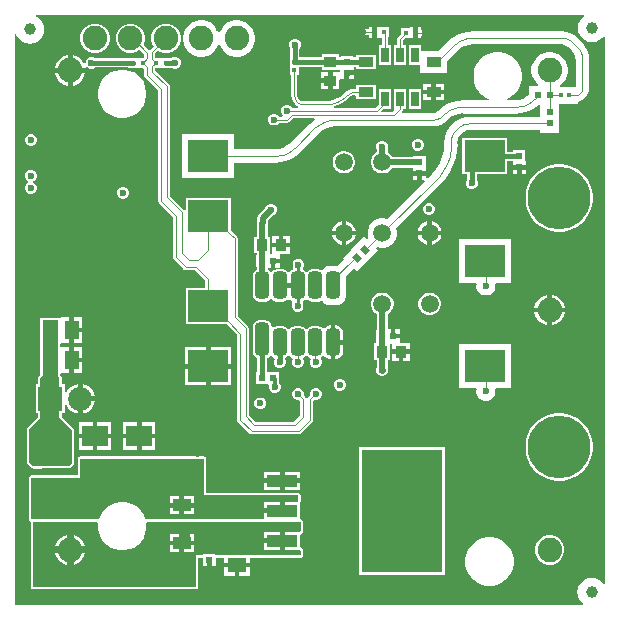
<source format=gtl>
G04*
G04 #@! TF.GenerationSoftware,Altium Limited,Altium Designer,21.6.4 (81)*
G04*
G04 Layer_Physical_Order=1*
G04 Layer_Color=255*
%FSLAX44Y44*%
%MOMM*%
G71*
G04*
G04 #@! TF.SameCoordinates,2815C35D-ED33-4C73-AB2E-66417DBC4640*
G04*
G04*
G04 #@! TF.FilePolarity,Positive*
G04*
G01*
G75*
%ADD12C,0.5000*%
%ADD16R,6.9000X10.4500*%
%ADD17R,2.5500X1.0500*%
%ADD18R,1.5000X1.0000*%
%ADD19R,0.4500X0.4500*%
%ADD20R,1.2500X0.8500*%
%ADD21R,0.6500X1.2500*%
G04:AMPARAMS|DCode=22|XSize=2.3mm|YSize=1.2mm|CornerRadius=0.36mm|HoleSize=0mm|Usage=FLASHONLY|Rotation=90.000|XOffset=0mm|YOffset=0mm|HoleType=Round|Shape=RoundedRectangle|*
%AMROUNDEDRECTD22*
21,1,2.3000,0.4800,0,0,90.0*
21,1,1.5800,1.2000,0,0,90.0*
1,1,0.7200,0.2400,0.7900*
1,1,0.7200,0.2400,-0.7900*
1,1,0.7200,-0.2400,-0.7900*
1,1,0.7200,-0.2400,0.7900*
%
%ADD22ROUNDEDRECTD22*%
G04:AMPARAMS|DCode=23|XSize=2.8mm|YSize=1.2mm|CornerRadius=0.36mm|HoleSize=0mm|Usage=FLASHONLY|Rotation=90.000|XOffset=0mm|YOffset=0mm|HoleType=Round|Shape=RoundedRectangle|*
%AMROUNDEDRECTD23*
21,1,2.8000,0.4800,0,0,90.0*
21,1,2.0800,1.2000,0,0,90.0*
1,1,0.7200,0.2400,1.0400*
1,1,0.7200,0.2400,-1.0400*
1,1,0.7200,-0.2400,-1.0400*
1,1,0.7200,-0.2400,1.0400*
%
%ADD23ROUNDEDRECTD23*%
%ADD24R,2.7000X1.1500*%
%ADD25R,0.6200X0.5700*%
%ADD26R,0.4400X0.4200*%
%ADD27R,3.4000X2.7000*%
%ADD28C,1.5000*%
%ADD29R,2.2300X1.8000*%
%ADD30R,1.6500X1.3000*%
%ADD31R,0.9500X1.0000*%
%ADD32R,1.0000X0.9500*%
%ADD33R,0.6200X0.6000*%
%ADD34R,1.3000X1.6500*%
%ADD35R,0.6000X0.6200*%
%ADD36R,0.5700X0.6200*%
G04:AMPARAMS|DCode=37|XSize=0.57mm|YSize=0.62mm|CornerRadius=0mm|HoleSize=0mm|Usage=FLASHONLY|Rotation=45.000|XOffset=0mm|YOffset=0mm|HoleType=Round|Shape=Rectangle|*
%AMROTATEDRECTD37*
4,1,4,0.0177,-0.4207,-0.4207,0.0177,-0.0177,0.4207,0.4207,-0.0177,0.0177,-0.4207,0.0*
%
%ADD37ROTATEDRECTD37*%

%ADD38R,0.4200X0.4400*%
%ADD68C,0.1020*%
%ADD69C,0.1016*%
%ADD70C,1.0000*%
%ADD71C,0.3810*%
%ADD72C,0.4000*%
%ADD73C,0.3000*%
%ADD74C,0.2540*%
%ADD75C,0.6000*%
%ADD76R,2.0200X2.0200*%
%ADD77C,2.0200*%
%ADD78C,2.0900*%
%ADD79C,5.3000*%
%ADD80C,0.6000*%
G36*
X486165Y502652D02*
X484350Y501259D01*
X482427Y498753D01*
X481218Y495834D01*
X480805Y492701D01*
X481218Y489568D01*
X482427Y486649D01*
X484350Y484142D01*
X486857Y482219D01*
X489776Y481010D01*
X492909Y480597D01*
X496041Y481010D01*
X498960Y482219D01*
X501467Y484142D01*
X502652Y485686D01*
X503922Y485255D01*
X503922Y22072D01*
X502652Y21641D01*
X501036Y23746D01*
X498529Y25670D01*
X495610Y26879D01*
X492478Y27291D01*
X489345Y26879D01*
X486426Y25670D01*
X483919Y23746D01*
X481996Y21240D01*
X480786Y18320D01*
X480374Y15188D01*
X480786Y12055D01*
X481996Y9136D01*
X483919Y6629D01*
X485588Y5348D01*
X485157Y4078D01*
X4919Y4078D01*
X4078Y5042D01*
X4078Y487769D01*
X5348Y488022D01*
X6354Y485593D01*
X8278Y483086D01*
X10785Y481162D01*
X13704Y479953D01*
X16836Y479541D01*
X19969Y479953D01*
X22888Y481162D01*
X25395Y483086D01*
X27318Y485593D01*
X28528Y488512D01*
X28940Y491645D01*
X28528Y494777D01*
X27318Y497696D01*
X25395Y500203D01*
X22888Y502127D01*
X21621Y502651D01*
X21874Y503921D01*
X485734Y503922D01*
X486165Y502652D01*
D02*
G37*
%LPC*%
G36*
X193522Y499450D02*
X190478D01*
X187493Y498856D01*
X184682Y497692D01*
X182151Y496001D01*
X179999Y493849D01*
X178308Y491318D01*
X177687Y489819D01*
X176313D01*
X175692Y491318D01*
X174001Y493849D01*
X171849Y496001D01*
X169318Y497692D01*
X166507Y498856D01*
X163522Y499450D01*
X160478D01*
X157493Y498856D01*
X154682Y497692D01*
X152151Y496001D01*
X149999Y493849D01*
X148308Y491318D01*
X147144Y488507D01*
X146550Y485522D01*
Y482478D01*
X147144Y479493D01*
X148308Y476682D01*
X149999Y474151D01*
X152151Y471999D01*
X154682Y470308D01*
X157493Y469144D01*
X160478Y468550D01*
X163522D01*
X166507Y469144D01*
X169318Y470308D01*
X171849Y471999D01*
X174001Y474151D01*
X175692Y476682D01*
X176313Y478181D01*
X177687D01*
X178308Y476682D01*
X179999Y474151D01*
X182151Y471999D01*
X184682Y470308D01*
X187493Y469144D01*
X190478Y468550D01*
X193522D01*
X196507Y469144D01*
X199318Y470308D01*
X201849Y471999D01*
X204001Y474151D01*
X205692Y476682D01*
X206856Y479493D01*
X207450Y482478D01*
Y485522D01*
X206856Y488507D01*
X205692Y491318D01*
X204001Y493849D01*
X201849Y496001D01*
X199318Y497692D01*
X196507Y498856D01*
X193522Y499450D01*
D02*
G37*
G36*
X306750Y494040D02*
X303960D01*
Y491809D01*
X298775D01*
X297795Y491614D01*
X296965Y491060D01*
X296905Y491000D01*
X296350Y490169D01*
X296156Y489190D01*
X296350Y488211D01*
X296905Y487380D01*
X297735Y486826D01*
X298715Y486631D01*
X299016Y486691D01*
X303960D01*
Y484460D01*
X306750D01*
Y489250D01*
Y494040D01*
D02*
G37*
G36*
X348040Y493540D02*
X345250D01*
Y488750D01*
Y483960D01*
X348040D01*
Y486191D01*
X351500D01*
X352479Y486386D01*
X353310Y486940D01*
X353864Y487771D01*
X354059Y488750D01*
X353864Y489729D01*
X353310Y490560D01*
X352479Y491114D01*
X351500Y491309D01*
X348040D01*
Y493540D01*
D02*
G37*
G36*
X341250D02*
X338460D01*
Y493000D01*
X331000D01*
Y488119D01*
X328190Y485310D01*
X327636Y484479D01*
X327441Y483500D01*
Y478300D01*
X324750D01*
Y461800D01*
X335250D01*
Y478300D01*
X332559D01*
Y482440D01*
X334619Y484500D01*
X338460D01*
Y483960D01*
X341250D01*
Y488750D01*
Y493540D01*
D02*
G37*
G36*
X133639Y496450D02*
X130361D01*
X127194Y495602D01*
X124355Y493963D01*
X122037Y491645D01*
X120398Y488806D01*
X119550Y485639D01*
Y482361D01*
X120398Y479194D01*
X121561Y477180D01*
X118756Y474376D01*
X118676Y474309D01*
X117137Y474270D01*
X113093Y478314D01*
X113602Y479194D01*
X114450Y482361D01*
Y485639D01*
X113602Y488806D01*
X111962Y491645D01*
X109644Y493963D01*
X106805Y495602D01*
X103639Y496450D01*
X100361D01*
X97194Y495602D01*
X94355Y493963D01*
X92037Y491645D01*
X90398Y488806D01*
X89550Y485639D01*
Y482361D01*
X90398Y479194D01*
X92037Y476356D01*
X94355Y474038D01*
X97194Y472398D01*
X100361Y471550D01*
X103639D01*
X106805Y472398D01*
X109644Y474038D01*
X109888Y474281D01*
X113441Y470728D01*
Y468318D01*
X112881Y467758D01*
X100000D01*
Y467586D01*
X71597D01*
X69995Y468250D01*
X68005D01*
X66168Y467489D01*
X64761Y466082D01*
X64000Y464245D01*
Y463003D01*
X62730Y462663D01*
X61395Y464976D01*
X58976Y467395D01*
X56014Y469105D01*
X53000Y469912D01*
Y459000D01*
X63912D01*
X63863Y459186D01*
X64017Y459366D01*
X65749Y459430D01*
X66168Y459011D01*
X68005Y458250D01*
X69995D01*
X71832Y459011D01*
X72251Y459430D01*
X100000D01*
Y459258D01*
X112881D01*
X113691Y458448D01*
Y452750D01*
X113886Y451771D01*
X114440Y450940D01*
X125691Y439690D01*
Y345971D01*
X125886Y344992D01*
X126440Y344161D01*
X137758Y332843D01*
Y298644D01*
X137953Y297665D01*
X138508Y296835D01*
X146938Y288405D01*
X147768Y287850D01*
X148747Y287655D01*
X156752D01*
X165388Y279020D01*
Y272871D01*
X148947D01*
Y241871D01*
X180690D01*
X180937Y241822D01*
X183414D01*
X192441Y232795D01*
Y160988D01*
X192636Y160009D01*
X193190Y159179D01*
X202929Y149440D01*
X203759Y148886D01*
X204738Y148691D01*
X244500D01*
X245479Y148886D01*
X246310Y149440D01*
X256065Y159196D01*
X256620Y160026D01*
X256815Y161005D01*
Y176798D01*
X257944Y177705D01*
X259933D01*
X261771Y178466D01*
X263178Y179873D01*
X263939Y181710D01*
Y183700D01*
X263178Y185537D01*
X261771Y186944D01*
X259933Y187705D01*
X257944D01*
X256106Y186944D01*
X254700Y185537D01*
X253939Y183700D01*
Y182106D01*
X252446Y180613D01*
X251917Y179822D01*
X251256Y179676D01*
X250581Y179708D01*
X250132Y180381D01*
X248826Y181687D01*
X248939Y181961D01*
Y183950D01*
X248178Y185787D01*
X246771Y187194D01*
X244933Y187955D01*
X242944D01*
X241106Y187194D01*
X239700Y185787D01*
X238939Y183950D01*
Y181961D01*
X239700Y180123D01*
X241106Y178716D01*
X242944Y177955D01*
X244933D01*
X245763Y176966D01*
Y164883D01*
X240440Y159559D01*
X207560D01*
X202059Y165060D01*
Y238610D01*
X201864Y239589D01*
X201310Y240419D01*
X192809Y248920D01*
Y314796D01*
X192614Y315775D01*
X192060Y316606D01*
X189167Y319498D01*
X189082Y319555D01*
X186947Y321690D01*
Y349071D01*
X148947D01*
Y338297D01*
X147677Y338005D01*
X147310Y338555D01*
X135309Y350555D01*
Y443648D01*
X135309Y443648D01*
X135114Y444628D01*
X134560Y445458D01*
X123059Y456959D01*
Y459198D01*
X123119Y459258D01*
X136000D01*
X136000Y459258D01*
X137222Y459143D01*
X138755Y458508D01*
X140744D01*
X142582Y459269D01*
X143989Y460676D01*
X144750Y462514D01*
Y464503D01*
X143989Y466340D01*
X142582Y467747D01*
X140744Y468508D01*
X138755D01*
X137222Y467873D01*
X136000Y467758D01*
X136000Y467758D01*
X136000Y467758D01*
X123119D01*
X123059Y467818D01*
Y471440D01*
X125180Y473561D01*
X127194Y472398D01*
X130361Y471550D01*
X133639D01*
X136805Y472398D01*
X139644Y474038D01*
X141962Y476356D01*
X143602Y479194D01*
X144450Y482361D01*
Y485639D01*
X143602Y488806D01*
X141962Y491645D01*
X139644Y493963D01*
X136805Y495602D01*
X133639Y496450D01*
D02*
G37*
G36*
X73639D02*
X70361D01*
X67194Y495602D01*
X64356Y493963D01*
X62038Y491645D01*
X60399Y488806D01*
X59550Y485639D01*
Y482361D01*
X60399Y479194D01*
X62038Y476356D01*
X64356Y474038D01*
X67194Y472398D01*
X70361Y471550D01*
X73639D01*
X76806Y472398D01*
X79644Y474038D01*
X81962Y476356D01*
X83602Y479194D01*
X84450Y482361D01*
Y485639D01*
X83602Y488806D01*
X81962Y491645D01*
X79644Y493963D01*
X76806Y495602D01*
X73639Y496450D01*
D02*
G37*
G36*
X313540Y494040D02*
X310750D01*
Y489250D01*
Y484460D01*
X313540D01*
Y484460D01*
X314741Y484293D01*
Y478300D01*
X312050D01*
Y461800D01*
X322550D01*
Y478300D01*
X319859D01*
Y485000D01*
X321000D01*
Y493500D01*
X313540D01*
Y494040D01*
D02*
G37*
G36*
X49000Y469912D02*
X45986Y469105D01*
X43024Y467395D01*
X40605Y464976D01*
X38895Y462014D01*
X38088Y459000D01*
X49000D01*
Y469912D01*
D02*
G37*
G36*
X269250Y455590D02*
X263710D01*
Y450300D01*
X269250D01*
Y455590D01*
D02*
G37*
G36*
X290890Y453050D02*
X287250D01*
Y449510D01*
X290890D01*
Y453050D01*
D02*
G37*
G36*
X49000Y455000D02*
X38088D01*
X38895Y451986D01*
X40605Y449024D01*
X43024Y446605D01*
X45986Y444895D01*
X49000Y444088D01*
Y455000D01*
D02*
G37*
G36*
X63912D02*
X53000D01*
Y444088D01*
X56014Y444895D01*
X58976Y446605D01*
X61395Y449024D01*
X63105Y451986D01*
X63912Y455000D01*
D02*
G37*
G36*
X467093Y490118D02*
X392271D01*
X392168Y490097D01*
X387421Y489724D01*
X382690Y488588D01*
X378195Y486726D01*
X374046Y484184D01*
X370425Y481091D01*
X370338Y481033D01*
X362555Y473250D01*
X347950D01*
Y478300D01*
X337450D01*
Y461800D01*
X347500D01*
Y454750D01*
X370000D01*
Y464805D01*
X378283Y473088D01*
X378429Y473306D01*
X381238Y475612D01*
X384671Y477447D01*
X388397Y478577D01*
X392014Y478933D01*
X392271Y478882D01*
X467093D01*
X467245Y478912D01*
X469187Y478657D01*
X471138Y477849D01*
X472692Y476656D01*
X472777Y476527D01*
X475522Y473783D01*
X475746Y473633D01*
X477556Y471274D01*
X478796Y468280D01*
X479184Y465331D01*
X479132Y465068D01*
Y442826D01*
X465883D01*
X465498Y444096D01*
X466849Y444999D01*
X469001Y447151D01*
X470692Y449682D01*
X471856Y452493D01*
X472450Y455478D01*
Y458522D01*
X471856Y461507D01*
X470692Y464318D01*
X469001Y466849D01*
X466849Y469001D01*
X464318Y470692D01*
X461507Y471856D01*
X458522Y472450D01*
X455478D01*
X452493Y471856D01*
X449682Y470692D01*
X447151Y469001D01*
X444999Y466849D01*
X443308Y464318D01*
X442144Y461507D01*
X441550Y458522D01*
Y455478D01*
X442144Y452493D01*
X443308Y449682D01*
X444999Y447151D01*
X447054Y445096D01*
X446984Y444447D01*
X446795Y443826D01*
X439550D01*
Y436008D01*
X438185Y434888D01*
X434752Y433053D01*
X431027Y431923D01*
X427410Y431567D01*
X427153Y431618D01*
X420681D01*
X420428Y432888D01*
X422710Y433833D01*
X426068Y436077D01*
X428923Y438932D01*
X431167Y442290D01*
X432712Y446020D01*
X433500Y449981D01*
Y454019D01*
X432712Y457980D01*
X431167Y461710D01*
X428923Y465068D01*
X426068Y467923D01*
X422710Y470167D01*
X418980Y471712D01*
X415019Y472500D01*
X410981D01*
X407020Y471712D01*
X403290Y470167D01*
X399932Y467923D01*
X397077Y465068D01*
X394833Y461710D01*
X393288Y457980D01*
X392500Y454019D01*
Y449981D01*
X393288Y446020D01*
X394833Y442290D01*
X397077Y438932D01*
X399932Y436077D01*
X403290Y433833D01*
X405572Y432888D01*
X405319Y431618D01*
X384021D01*
X383918Y431598D01*
X379171Y431224D01*
X374440Y430088D01*
X369945Y428226D01*
X365796Y425684D01*
X362175Y422591D01*
X362088Y422533D01*
X362028Y422472D01*
X361902Y422285D01*
X360284Y421204D01*
X358375Y420824D01*
X358154Y420868D01*
X332146D01*
X331660Y422041D01*
X331810Y422190D01*
X332364Y423021D01*
X332559Y424000D01*
Y424300D01*
X335250D01*
Y440800D01*
X324750D01*
Y424300D01*
X325022D01*
X325508Y423127D01*
X323940Y421559D01*
X314588D01*
X314102Y422733D01*
X315669Y424300D01*
X322550D01*
Y440800D01*
X312050D01*
Y427919D01*
X309380Y425249D01*
X274131D01*
X273981Y426519D01*
X275534Y426892D01*
X279558Y428559D01*
X283273Y430835D01*
X285639Y432856D01*
X286585Y433665D01*
X286585Y433665D01*
X287538Y434430D01*
X288226Y434958D01*
X290159Y435759D01*
X291730Y435965D01*
X292931Y435165D01*
X293000Y435079D01*
Y432350D01*
X309500D01*
Y444850D01*
X293000D01*
Y442176D01*
X292234Y441223D01*
X288816Y440773D01*
X285631Y439454D01*
X282895Y437355D01*
X282895Y437355D01*
X281985Y436486D01*
X279532Y434472D01*
X275618Y432380D01*
X271371Y431092D01*
X267059Y430667D01*
X266954Y430688D01*
X248397D01*
X248348Y430678D01*
X246459Y431054D01*
X244815Y432152D01*
X243717Y433796D01*
X243342Y435685D01*
X243351Y435734D01*
Y453000D01*
X244892D01*
Y460019D01*
X255200D01*
X255451Y460069D01*
X264250D01*
Y457550D01*
X278250D01*
Y460069D01*
X279610D01*
Y456520D01*
X278790Y455590D01*
X278340Y455590D01*
X273250D01*
Y448300D01*
Y441010D01*
X278790D01*
Y448580D01*
X279610Y449510D01*
X280060Y449510D01*
X283250D01*
Y455050D01*
X285250D01*
Y457050D01*
X290890D01*
Y460069D01*
X293000D01*
Y457750D01*
X309500D01*
Y470250D01*
X293000D01*
Y468032D01*
X290350D01*
Y469250D01*
X280150D01*
Y468032D01*
X278250D01*
Y471050D01*
X264250D01*
Y468032D01*
X255250D01*
X254999Y467981D01*
X245128D01*
Y475307D01*
X245739Y475918D01*
X246500Y477755D01*
Y479745D01*
X245739Y481582D01*
X244332Y482989D01*
X242495Y483750D01*
X240505D01*
X238668Y482989D01*
X237261Y481582D01*
X236500Y479745D01*
Y477755D01*
X237165Y476151D01*
Y468200D01*
X236692D01*
Y459800D01*
Y453000D01*
X238233D01*
Y435734D01*
X238195D01*
X238543Y433093D01*
X239562Y430633D01*
X241183Y428520D01*
X243296Y426898D01*
X244211Y426519D01*
X243959Y425249D01*
X238750D01*
X238637Y425522D01*
X237230Y426929D01*
X235392Y427690D01*
X233403D01*
X231566Y426929D01*
X230159Y425522D01*
X229398Y423685D01*
Y421696D01*
X230159Y419858D01*
X230900Y419117D01*
X230374Y417847D01*
X227724D01*
X227611Y418120D01*
X226205Y419527D01*
X224367Y420288D01*
X222378D01*
X220540Y419527D01*
X219134Y418120D01*
X218373Y416283D01*
Y414294D01*
X219134Y412456D01*
X220540Y411049D01*
X222378Y410288D01*
X224367D01*
X226205Y411049D01*
X227611Y412456D01*
X227724Y412729D01*
X234788D01*
X235767Y412924D01*
X236598Y413478D01*
X239560Y416441D01*
X257666D01*
X258011Y415219D01*
X257546Y414934D01*
X253925Y411841D01*
X253838Y411783D01*
X237938Y395883D01*
X237792Y395665D01*
X234983Y393359D01*
X231549Y391524D01*
X227824Y390394D01*
X224207Y390038D01*
X223950Y390089D01*
X189947D01*
Y402971D01*
X145947D01*
Y365971D01*
X189947D01*
Y378853D01*
X223950D01*
X224053Y378873D01*
X228800Y379247D01*
X233531Y380383D01*
X238026Y382245D01*
X242174Y384787D01*
X245796Y387880D01*
X245883Y387938D01*
X261783Y403838D01*
X261929Y404056D01*
X264738Y406362D01*
X268171Y408197D01*
X271897Y409327D01*
X275513Y409683D01*
X275771Y409632D01*
X358154D01*
X358429Y409687D01*
X361409Y409980D01*
X364539Y410930D01*
X367424Y412472D01*
X369739Y414372D01*
X369972Y414528D01*
X370033Y414588D01*
X370179Y414806D01*
X372988Y417112D01*
X376422Y418947D01*
X380147Y420077D01*
X383764Y420433D01*
X384021Y420382D01*
X427153D01*
X427256Y420403D01*
X432003Y420776D01*
X436734Y421912D01*
X441229Y423774D01*
X445377Y426316D01*
X446912Y427626D01*
X448900D01*
Y417687D01*
X389572D01*
X389546Y417682D01*
X385306Y417264D01*
X381204Y416020D01*
X377424Y413999D01*
X374110Y411280D01*
X371390Y407966D01*
X369370Y404186D01*
X368125Y400084D01*
X367705Y395817D01*
X367709Y395782D01*
X367753Y394531D01*
X367745Y393264D01*
X367403Y388915D01*
X366088Y383437D01*
X363932Y378232D01*
X360989Y373429D01*
X357547Y369400D01*
X357269Y369213D01*
X353660Y365605D01*
X352390Y366131D01*
Y367900D01*
X348750D01*
Y364360D01*
X350619D01*
X351145Y363090D01*
X319190Y331135D01*
X316896Y331750D01*
X313605D01*
X310425Y330898D01*
X307575Y329253D01*
X305248Y326925D01*
X303602Y324075D01*
X302750Y320896D01*
Y317604D01*
X303365Y315310D01*
X302203Y314148D01*
X300073Y316278D01*
X288972Y305177D01*
X282183Y298389D01*
X283064Y297509D01*
X276819Y291264D01*
X275900Y291385D01*
X271100D01*
X268855Y291090D01*
X266763Y290223D01*
X264967Y288845D01*
X263893Y287446D01*
X263085Y287986D01*
X260900Y288421D01*
X256100D01*
X253915Y287986D01*
X252063Y286748D01*
X251635Y286108D01*
X250365D01*
X249937Y286748D01*
X248506Y287705D01*
X248215Y288969D01*
X248252Y289248D01*
X248483Y289479D01*
X249245Y291316D01*
Y293305D01*
X248483Y295143D01*
X247077Y296550D01*
X245239Y297311D01*
X243250D01*
X241412Y296550D01*
X240006Y295143D01*
X239245Y293305D01*
Y291316D01*
X240006Y289479D01*
X239572Y288117D01*
X238915Y287986D01*
X237063Y286748D01*
X236635Y286108D01*
X235365D01*
X234937Y286748D01*
X233085Y287986D01*
X230900Y288421D01*
X226100D01*
X223915Y287986D01*
X222063Y286748D01*
X221635Y286108D01*
X220365D01*
X219937Y286748D01*
X218338Y287817D01*
Y289921D01*
X220700D01*
Y295561D01*
X222700D01*
Y297561D01*
X228240D01*
Y301201D01*
X229377Y301521D01*
X236790D01*
Y307061D01*
X222210D01*
Y301708D01*
X221252Y301415D01*
X220250Y302232D01*
Y316061D01*
X218338D01*
Y326181D01*
X218630Y327648D01*
Y329902D01*
X223268Y334541D01*
X223801Y334761D01*
X225207Y336168D01*
X225968Y338005D01*
Y339995D01*
X225207Y341832D01*
X223801Y343239D01*
X221963Y344000D01*
X219974D01*
X218136Y343239D01*
X216730Y341832D01*
X216126Y340376D01*
X210798Y335047D01*
X209803Y333559D01*
X209454Y331803D01*
Y328823D01*
X209162Y327356D01*
Y316061D01*
X206750D01*
Y302061D01*
X209162D01*
Y300661D01*
X208500D01*
Y290461D01*
X209162D01*
Y288035D01*
X208915Y287986D01*
X207063Y286748D01*
X205825Y284896D01*
X205390Y282711D01*
Y266911D01*
X205825Y264726D01*
X207063Y262874D01*
X208915Y261636D01*
X211100Y261201D01*
X215900D01*
X218085Y261636D01*
X219937Y262874D01*
X220365Y263514D01*
X221635D01*
X222063Y262874D01*
X223915Y261636D01*
X226100Y261201D01*
X230900D01*
X233085Y261636D01*
X234937Y262874D01*
X235365Y263514D01*
X236635D01*
X237063Y262874D01*
X238791Y261719D01*
X238985Y261384D01*
X239224Y260526D01*
X239215Y260281D01*
X238500Y258556D01*
Y256566D01*
X239261Y254729D01*
X240668Y253322D01*
X242505Y252561D01*
X244495D01*
X246332Y253322D01*
X247739Y254729D01*
X248500Y256566D01*
Y258556D01*
X247785Y260281D01*
X247776Y260526D01*
X248015Y261384D01*
X248209Y261719D01*
X249937Y262874D01*
X250365Y263514D01*
X251635D01*
X252063Y262874D01*
X253915Y261636D01*
X256100Y261201D01*
X260900D01*
X263085Y261636D01*
X263893Y262176D01*
X264967Y260777D01*
X266763Y259399D01*
X268855Y258532D01*
X271100Y258237D01*
X275900D01*
X278145Y258532D01*
X280237Y259399D01*
X282034Y260777D01*
X283412Y262574D01*
X284279Y264666D01*
X284574Y266911D01*
Y282711D01*
X284526Y283081D01*
X291008Y289564D01*
X293639Y286933D01*
X300427Y293722D01*
X311528Y304823D01*
X310148Y306203D01*
X311310Y307365D01*
X313605Y306750D01*
X316896D01*
X320075Y307602D01*
X322925Y309248D01*
X325253Y311575D01*
X326898Y314425D01*
X327750Y317604D01*
Y320896D01*
X327135Y323190D01*
X365214Y361269D01*
X365246Y361316D01*
X369262Y365896D01*
X372680Y371012D01*
X375402Y376530D01*
X377379Y382357D01*
X378580Y388391D01*
X378979Y394476D01*
X378989Y394531D01*
X378977Y394976D01*
X378866Y395817D01*
X379231Y398588D01*
X380300Y401171D01*
X382002Y403388D01*
X384219Y405089D01*
X386801Y406159D01*
X389353Y406495D01*
X389572Y406451D01*
X448900D01*
Y404226D01*
X465100D01*
Y413826D01*
Y428627D01*
X480849D01*
Y430480D01*
X481233Y430531D01*
X484205Y431762D01*
X486757Y433720D01*
X488715Y436272D01*
X489946Y439243D01*
X490360Y442394D01*
X490368Y442432D01*
Y465068D01*
X490373D01*
X489921Y469665D01*
X488580Y474086D01*
X486402Y478161D01*
X483471Y481732D01*
X483467Y481728D01*
X480723Y484473D01*
X480594Y484558D01*
X477793Y486857D01*
X474464Y488637D01*
X470850Y489733D01*
X467245Y490088D01*
X467093Y490118D01*
D02*
G37*
G36*
X269250Y446300D02*
X263710D01*
Y441010D01*
X269250D01*
Y446300D01*
D02*
G37*
G36*
X367540Y445390D02*
X360750D01*
Y440600D01*
X367540D01*
Y445390D01*
D02*
G37*
G36*
X356750D02*
X349960D01*
Y440600D01*
X356750D01*
Y445390D01*
D02*
G37*
G36*
X367540Y436600D02*
X360750D01*
Y431810D01*
X367540D01*
Y436600D01*
D02*
G37*
G36*
X356750D02*
X349960D01*
Y431810D01*
X356750D01*
Y436600D01*
D02*
G37*
G36*
X347950Y440800D02*
X337450D01*
Y424300D01*
X347950D01*
Y440800D01*
D02*
G37*
G36*
X97019Y457500D02*
X92981D01*
X89020Y456712D01*
X85289Y455167D01*
X81932Y452923D01*
X79077Y450068D01*
X76833Y446710D01*
X75288Y442980D01*
X74500Y439019D01*
Y434981D01*
X75288Y431020D01*
X76833Y427290D01*
X79077Y423932D01*
X81932Y421077D01*
X85289Y418833D01*
X89020Y417288D01*
X92981Y416500D01*
X97019D01*
X100980Y417288D01*
X104710Y418833D01*
X108068Y421077D01*
X110923Y423932D01*
X113167Y427290D01*
X114712Y431020D01*
X115500Y434981D01*
Y439019D01*
X114712Y442980D01*
X113167Y446710D01*
X110923Y450068D01*
X108068Y452923D01*
X104710Y455167D01*
X100980Y456712D01*
X97019Y457500D01*
D02*
G37*
G36*
X18780Y402960D02*
X16791D01*
X14953Y402199D01*
X13547Y400792D01*
X12785Y398955D01*
Y396965D01*
X13547Y395128D01*
X14953Y393721D01*
X16791Y392960D01*
X18780D01*
X20618Y393721D01*
X22024Y395128D01*
X22785Y396965D01*
Y398955D01*
X22024Y400792D01*
X20618Y402199D01*
X18780Y402960D01*
D02*
G37*
G36*
X346264Y398919D02*
X344275D01*
X342437Y398158D01*
X341031Y396751D01*
X340269Y394914D01*
Y392924D01*
X341031Y391087D01*
X342437Y389680D01*
X344275Y388919D01*
X346264D01*
X348102Y389680D01*
X349508Y391087D01*
X350269Y392924D01*
Y394914D01*
X349508Y396751D01*
X348102Y398158D01*
X346264Y398919D01*
D02*
G37*
G36*
X420947Y399971D02*
X382947D01*
Y368971D01*
X386949D01*
Y364257D01*
X386789Y364096D01*
X386028Y362258D01*
Y360269D01*
X386789Y358432D01*
X388195Y357025D01*
X390033Y356264D01*
X392022D01*
X393860Y357025D01*
X395266Y358432D01*
X396028Y360269D01*
Y362258D01*
X395266Y364096D01*
X395106Y364257D01*
Y368971D01*
X420947D01*
Y380071D01*
X425527D01*
Y376950D01*
X431167D01*
X436807D01*
Y380490D01*
X436267D01*
Y389149D01*
X426067D01*
Y388228D01*
X420947D01*
Y399971D01*
D02*
G37*
G36*
X316245Y397363D02*
X314256D01*
X312418Y396602D01*
X311011Y395196D01*
X310250Y393358D01*
Y391369D01*
X310662Y390374D01*
Y387570D01*
X309417Y386851D01*
X307648Y385083D01*
X306397Y382916D01*
X305750Y380500D01*
Y377999D01*
X306397Y375583D01*
X307648Y373416D01*
X309417Y371648D01*
X311583Y370397D01*
X313999Y369749D01*
X316501D01*
X318917Y370397D01*
X321083Y371648D01*
X322852Y373416D01*
X323484Y374512D01*
X341110D01*
Y371900D01*
X346750D01*
X352390D01*
Y375440D01*
X351850D01*
Y384100D01*
X341650D01*
Y383688D01*
X323657D01*
X322852Y385083D01*
X321083Y386851D01*
X319838Y387570D01*
Y390374D01*
X320250Y391369D01*
Y393358D01*
X319489Y395196D01*
X318082Y396602D01*
X316245Y397363D01*
D02*
G37*
G36*
X284001Y388749D02*
X281499D01*
X279083Y388102D01*
X276917Y386851D01*
X275148Y385083D01*
X273897Y382916D01*
X273250Y380500D01*
Y377999D01*
X273897Y375583D01*
X275148Y373416D01*
X276917Y371648D01*
X279083Y370397D01*
X281499Y369749D01*
X284001D01*
X286417Y370397D01*
X288583Y371648D01*
X290352Y373416D01*
X291603Y375583D01*
X292250Y377999D01*
Y380500D01*
X291603Y382916D01*
X290352Y385083D01*
X288583Y386851D01*
X286417Y388102D01*
X284001Y388749D01*
D02*
G37*
G36*
X436807Y372949D02*
X433167D01*
Y369409D01*
X436807D01*
Y372949D01*
D02*
G37*
G36*
X429167D02*
X425527D01*
Y369409D01*
X429167D01*
Y372949D01*
D02*
G37*
G36*
X344750Y367900D02*
X341110D01*
Y364360D01*
X344750D01*
Y367900D01*
D02*
G37*
G36*
X18495Y372710D02*
X16505D01*
X14668Y371949D01*
X13261Y370542D01*
X12500Y368704D01*
Y366715D01*
X13261Y364878D01*
X14668Y363471D01*
X15148Y363272D01*
Y361898D01*
X14668Y361699D01*
X13261Y360292D01*
X12500Y358455D01*
Y356465D01*
X13261Y354628D01*
X14668Y353221D01*
X16505Y352460D01*
X18495D01*
X20332Y353221D01*
X21739Y354628D01*
X22500Y356465D01*
Y358455D01*
X21739Y360292D01*
X20332Y361699D01*
X19852Y361898D01*
Y363272D01*
X20332Y363471D01*
X21739Y364878D01*
X22500Y366715D01*
Y368704D01*
X21739Y370542D01*
X20332Y371949D01*
X18495Y372710D01*
D02*
G37*
G36*
X96604Y358378D02*
X94615D01*
X92777Y357617D01*
X91371Y356210D01*
X90610Y354372D01*
Y352383D01*
X91371Y350546D01*
X92777Y349139D01*
X94615Y348378D01*
X96604D01*
X98442Y349139D01*
X99848Y350546D01*
X100610Y352383D01*
Y354372D01*
X99848Y356210D01*
X98442Y357617D01*
X96604Y358378D01*
D02*
G37*
G36*
X355745Y344500D02*
X353755D01*
X351918Y343739D01*
X350511Y342332D01*
X349750Y340495D01*
Y338505D01*
X350511Y336668D01*
X351918Y335261D01*
X353755Y334500D01*
X355745D01*
X357582Y335261D01*
X358989Y336668D01*
X359750Y338505D01*
Y340495D01*
X358989Y342332D01*
X357582Y343739D01*
X355745Y344500D01*
D02*
G37*
G36*
X357250Y329108D02*
Y321250D01*
X365108D01*
X364606Y323125D01*
X363284Y325415D01*
X361415Y327284D01*
X359125Y328606D01*
X357250Y329108D01*
D02*
G37*
G36*
X353250Y329108D02*
X351375Y328606D01*
X349085Y327284D01*
X347216Y325415D01*
X345894Y323125D01*
X345392Y321250D01*
X353250D01*
Y329108D01*
D02*
G37*
G36*
X284750Y329108D02*
Y321250D01*
X292609D01*
X292106Y323125D01*
X290784Y325415D01*
X288915Y327284D01*
X286625Y328606D01*
X284750Y329108D01*
D02*
G37*
G36*
X280750Y329108D02*
X278875Y328606D01*
X276586Y327284D01*
X274716Y325415D01*
X273394Y323125D01*
X272892Y321250D01*
X280750D01*
Y329108D01*
D02*
G37*
G36*
X467243Y377500D02*
X462757D01*
X458326Y376798D01*
X454060Y375412D01*
X450063Y373375D01*
X446433Y370739D01*
X443261Y367566D01*
X440625Y363937D01*
X438588Y359940D01*
X437202Y355674D01*
X436500Y351243D01*
Y346757D01*
X437202Y342326D01*
X438588Y338060D01*
X440625Y334063D01*
X443261Y330434D01*
X446433Y327261D01*
X450063Y324625D01*
X454060Y322588D01*
X458326Y321202D01*
X462757Y320500D01*
X467243D01*
X471674Y321202D01*
X475940Y322588D01*
X479937Y324625D01*
X483567Y327261D01*
X486739Y330434D01*
X489375Y334063D01*
X491412Y338060D01*
X492798Y342326D01*
X493500Y346757D01*
Y351243D01*
X492798Y355674D01*
X491412Y359940D01*
X489375Y363937D01*
X486739Y367566D01*
X483567Y370739D01*
X479937Y373375D01*
X475940Y375412D01*
X471674Y376798D01*
X467243Y377500D01*
D02*
G37*
G36*
X236790Y316601D02*
X231500D01*
Y311061D01*
X236790D01*
Y316601D01*
D02*
G37*
G36*
X227500D02*
X222210D01*
Y311061D01*
X227500D01*
Y316601D01*
D02*
G37*
G36*
X365108Y317250D02*
X357250D01*
Y309392D01*
X359125Y309894D01*
X361415Y311216D01*
X363284Y313085D01*
X364606Y315375D01*
X365108Y317250D01*
D02*
G37*
G36*
X353250D02*
X345392D01*
X345894Y315375D01*
X347216Y313085D01*
X349085Y311216D01*
X351375Y309894D01*
X353250Y309392D01*
Y317250D01*
D02*
G37*
G36*
X280750Y317250D02*
X272892D01*
X273394Y315375D01*
X274716Y313085D01*
X276586Y311216D01*
X278875Y309894D01*
X280750Y309391D01*
Y317250D01*
D02*
G37*
G36*
X292609D02*
X284750D01*
Y309391D01*
X286625Y309894D01*
X288915Y311216D01*
X290784Y313085D01*
X292106Y315375D01*
X292609Y317250D01*
D02*
G37*
G36*
X228240Y293561D02*
X224700D01*
Y289921D01*
X228240D01*
Y293561D01*
D02*
G37*
G36*
X423947Y313971D02*
X379947D01*
Y276971D01*
X394356D01*
X395129Y275963D01*
X395000Y275484D01*
Y273377D01*
X395545Y271343D01*
X396599Y269518D01*
X398088Y268029D01*
X399912Y266976D01*
X401947Y266430D01*
X404053D01*
X406088Y266976D01*
X407912Y268029D01*
X409402Y269518D01*
X410455Y271343D01*
X411000Y273377D01*
Y275484D01*
X410872Y275963D01*
X411645Y276971D01*
X423947D01*
Y313971D01*
D02*
G37*
G36*
X459000Y266912D02*
Y256000D01*
X469912D01*
X469105Y259014D01*
X467395Y261976D01*
X464976Y264395D01*
X462014Y266105D01*
X459000Y266912D01*
D02*
G37*
G36*
X455000Y266912D02*
X451986Y266105D01*
X449024Y264395D01*
X446605Y261976D01*
X444895Y259014D01*
X444088Y256000D01*
X455000D01*
Y266912D01*
D02*
G37*
G36*
X356501Y268750D02*
X353999D01*
X351583Y268103D01*
X349417Y266852D01*
X347648Y265083D01*
X346398Y262917D01*
X345750Y260501D01*
Y257999D01*
X346398Y255583D01*
X347648Y253417D01*
X349417Y251648D01*
X351583Y250397D01*
X353999Y249750D01*
X356501D01*
X358917Y250397D01*
X361083Y251648D01*
X362852Y253417D01*
X364103Y255583D01*
X364750Y257999D01*
Y260501D01*
X364103Y262917D01*
X362852Y265083D01*
X361083Y266852D01*
X358917Y268103D01*
X356501Y268750D01*
D02*
G37*
G36*
X43210Y247790D02*
X42164Y247250D01*
X40947Y247250D01*
X40750Y247289D01*
X27750D01*
X27553Y247250D01*
X25750D01*
Y245447D01*
X25711Y245250D01*
X25711Y199133D01*
X24313Y197735D01*
X24312Y197735D01*
X23870Y197073D01*
X23715Y196293D01*
Y191100D01*
X22150D01*
Y166900D01*
X23715D01*
Y163372D01*
X14842Y154499D01*
X14400Y153837D01*
X14245Y153057D01*
X14245Y125432D01*
X14400Y124652D01*
X14842Y123990D01*
X18464Y120368D01*
X18471Y120363D01*
X18477Y120356D01*
X18802Y120142D01*
X19125Y119926D01*
X19134Y119924D01*
X19142Y119920D01*
X19524Y119847D01*
X19906Y119771D01*
X19915Y119773D01*
X19924Y119771D01*
X34259Y119896D01*
X49698D01*
X50478Y120051D01*
X51140Y120493D01*
X51140Y120494D01*
X53692Y123046D01*
X54134Y123707D01*
X54289Y124487D01*
X54289Y152447D01*
X54289Y152448D01*
X54134Y153228D01*
X53692Y153890D01*
X53692Y153890D01*
X43955Y163627D01*
Y166900D01*
X46350D01*
Y174892D01*
X47620Y175059D01*
X47871Y174121D01*
X49535Y171239D01*
X51889Y168885D01*
X54771Y167221D01*
X57650Y166450D01*
Y179000D01*
Y191550D01*
X54771Y190779D01*
X51889Y189114D01*
X49535Y186761D01*
X47871Y183879D01*
X47620Y182941D01*
X46350Y183108D01*
Y191100D01*
X43955D01*
Y196863D01*
X43955Y196863D01*
X43800Y197643D01*
X43358Y198305D01*
X43358Y198305D01*
X42789Y198873D01*
Y199864D01*
X43210Y200960D01*
X44059Y200960D01*
X50250D01*
Y211750D01*
Y222540D01*
X44059D01*
X43210Y222540D01*
X42789Y223636D01*
Y225114D01*
X43210Y226210D01*
X44059Y226210D01*
X50250D01*
Y237000D01*
Y247790D01*
X43382Y247790D01*
X43210D01*
D02*
G37*
G36*
X469912Y252000D02*
X459000D01*
Y241088D01*
X462014Y241895D01*
X464976Y243605D01*
X467395Y246024D01*
X469105Y248986D01*
X469912Y252000D01*
D02*
G37*
G36*
X455000D02*
X444088D01*
X444895Y248986D01*
X446605Y246024D01*
X449024Y243605D01*
X451986Y241895D01*
X455000Y241088D01*
Y252000D01*
D02*
G37*
G36*
X54250Y247790D02*
Y239000D01*
X61290D01*
Y247790D01*
X54250D01*
D02*
G37*
G36*
X329966Y237703D02*
X326426D01*
Y234063D01*
X329966D01*
Y237703D01*
D02*
G37*
G36*
X275900Y240971D02*
X275500D01*
Y228811D01*
X282160D01*
Y234711D01*
X281684Y237107D01*
X280327Y239138D01*
X278296Y240495D01*
X275900Y240971D01*
D02*
G37*
G36*
X61290Y235000D02*
X54250D01*
Y226210D01*
X61290D01*
Y235000D01*
D02*
G37*
G36*
X316500Y268750D02*
X313999D01*
X311583Y268103D01*
X309417Y266852D01*
X307648Y265083D01*
X306397Y262917D01*
X305750Y260501D01*
Y257999D01*
X306397Y255583D01*
X307648Y253417D01*
X309417Y251648D01*
X310574Y250980D01*
Y237163D01*
X310226D01*
Y226963D01*
X310226Y226963D01*
X310226D01*
X310226Y226963D01*
X309940Y225811D01*
X308250D01*
Y211811D01*
X310574D01*
Y205691D01*
X310569Y205679D01*
X310290Y205262D01*
X310192Y204769D01*
X310000Y204306D01*
Y203804D01*
X309902Y203311D01*
X310000Y202819D01*
Y202316D01*
X310192Y201853D01*
X310290Y201360D01*
X310569Y200943D01*
X310761Y200479D01*
X311116Y200124D01*
X311395Y199706D01*
X311813Y199427D01*
X312168Y199072D01*
X312632Y198880D01*
X313049Y198601D01*
X313542Y198503D01*
X314006Y198311D01*
X314508D01*
X315000Y198213D01*
X315493Y198311D01*
X315995D01*
X316458Y198503D01*
X316951Y198601D01*
X317368Y198880D01*
X317832Y199072D01*
X318187Y199427D01*
X318605Y199706D01*
X318767Y199868D01*
X319046Y200286D01*
X319239Y200479D01*
X319343Y200731D01*
X319872Y201522D01*
X320260Y203473D01*
X319872Y205424D01*
X319750Y205606D01*
Y211811D01*
X321750D01*
Y225294D01*
X322862Y226066D01*
X323710Y225745D01*
Y220811D01*
X338290D01*
Y226351D01*
X331206D01*
X329966Y226423D01*
X329966Y227621D01*
Y230063D01*
X324426D01*
Y232063D01*
X322425D01*
Y237703D01*
X319750D01*
Y250879D01*
X321083Y251648D01*
X322852Y253417D01*
X324102Y255583D01*
X324750Y257999D01*
Y260501D01*
X324102Y262917D01*
X322852Y265083D01*
X321083Y266852D01*
X318917Y268103D01*
X316500Y268750D01*
D02*
G37*
G36*
X54250Y222540D02*
Y213750D01*
X61290D01*
Y222540D01*
X54250D01*
D02*
G37*
G36*
X282160Y224811D02*
X275500D01*
Y212651D01*
X275900D01*
X278296Y213127D01*
X280327Y214484D01*
X281684Y216515D01*
X282160Y218911D01*
Y224811D01*
D02*
G37*
G36*
X215900Y245421D02*
X211100D01*
X208915Y244986D01*
X207063Y243748D01*
X205825Y241896D01*
X205390Y239711D01*
Y218911D01*
X205825Y216726D01*
X207063Y214874D01*
X208915Y213636D01*
X209422Y213535D01*
Y201872D01*
X208650D01*
Y191672D01*
X218565D01*
X219414Y190402D01*
X219129Y189715D01*
Y187726D01*
X219890Y185889D01*
X221297Y184482D01*
X223134Y183721D01*
X225124D01*
X226961Y184482D01*
X228368Y185889D01*
X229129Y187726D01*
Y189715D01*
X228368Y191553D01*
X227950Y191971D01*
Y201872D01*
X217578D01*
Y213535D01*
X218085Y213636D01*
X219937Y214874D01*
X220365Y215514D01*
X221635D01*
X222063Y214874D01*
X223696Y213782D01*
X223982Y213076D01*
X224074Y212309D01*
X223424Y210738D01*
Y208749D01*
X224185Y206912D01*
X225591Y205505D01*
X227429Y204744D01*
X229418D01*
X231256Y205505D01*
X232662Y206912D01*
X233424Y208749D01*
Y210738D01*
X232777Y212299D01*
X233028Y213388D01*
X233163Y213688D01*
X234937Y214874D01*
X235365Y215514D01*
X236635D01*
X237063Y214874D01*
X238915Y213636D01*
X239070Y213605D01*
X239550Y212215D01*
X238939Y210738D01*
Y208749D01*
X239700Y206912D01*
X241106Y205505D01*
X242944Y204744D01*
X244933D01*
X246771Y205505D01*
X248178Y206912D01*
X248939Y208749D01*
Y210738D01*
X248260Y212376D01*
X248215Y212704D01*
X248582Y213968D01*
X249937Y214874D01*
X250365Y215514D01*
X251635D01*
X252063Y214874D01*
X253915Y213636D01*
X254070Y213605D01*
X254550Y212215D01*
X253939Y210738D01*
Y208749D01*
X254700Y206912D01*
X256106Y205505D01*
X257944Y204744D01*
X259933D01*
X261771Y205505D01*
X263178Y206912D01*
X263939Y208749D01*
Y210738D01*
X263260Y212376D01*
X263215Y212704D01*
X263582Y213968D01*
X264902Y214850D01*
X265221Y215028D01*
X266310D01*
X266673Y214484D01*
X268704Y213127D01*
X271100Y212651D01*
X271500D01*
Y226811D01*
Y240971D01*
X271100D01*
X268704Y240495D01*
X266673Y239138D01*
X266310Y238594D01*
X265221D01*
X264902Y238772D01*
X263085Y239986D01*
X260900Y240421D01*
X256100D01*
X253915Y239986D01*
X252063Y238748D01*
X251635Y238108D01*
X250365D01*
X249937Y238748D01*
X248085Y239986D01*
X245900Y240421D01*
X241100D01*
X238915Y239986D01*
X237063Y238748D01*
X236635Y238108D01*
X235365D01*
X234937Y238748D01*
X233085Y239986D01*
X230900Y240421D01*
X226100D01*
X223915Y239986D01*
X222880Y239294D01*
X222184Y239523D01*
X221564Y239942D01*
X221175Y241896D01*
X219937Y243748D01*
X218085Y244986D01*
X215900Y245421D01*
D02*
G37*
G36*
X338290Y216811D02*
X333000D01*
Y211271D01*
X338290D01*
Y216811D01*
D02*
G37*
G36*
X329000D02*
X323710D01*
Y211271D01*
X329000D01*
Y216811D01*
D02*
G37*
G36*
X187487Y222511D02*
X169947D01*
Y208471D01*
X187487D01*
Y222511D01*
D02*
G37*
G36*
X165947D02*
X148407D01*
Y208471D01*
X165947D01*
Y222511D01*
D02*
G37*
G36*
X61290Y209750D02*
X54250D01*
Y200960D01*
X61290D01*
Y209750D01*
D02*
G37*
G36*
X187487Y204471D02*
X169947D01*
Y190431D01*
X187487D01*
Y204471D01*
D02*
G37*
G36*
X165947D02*
X148407D01*
Y190431D01*
X165947D01*
Y204471D01*
D02*
G37*
G36*
X280201Y195705D02*
X278212D01*
X276374Y194944D01*
X274967Y193537D01*
X274206Y191700D01*
Y189711D01*
X274967Y187873D01*
X276374Y186466D01*
X278212Y185705D01*
X280201D01*
X282038Y186466D01*
X283445Y187873D01*
X284206Y189711D01*
Y191700D01*
X283445Y193537D01*
X282038Y194944D01*
X280201Y195705D01*
D02*
G37*
G36*
X61650Y191550D02*
Y181000D01*
X72200D01*
X71429Y183879D01*
X69764Y186761D01*
X67411Y189114D01*
X64529Y190779D01*
X61650Y191550D01*
D02*
G37*
G36*
X423947Y224971D02*
X379947D01*
Y187971D01*
X394446D01*
X395220Y186963D01*
X395000Y186144D01*
Y184037D01*
X395545Y182003D01*
X396599Y180179D01*
X398088Y178689D01*
X399912Y177636D01*
X401947Y177091D01*
X404053D01*
X406088Y177636D01*
X407912Y178689D01*
X409402Y180179D01*
X410455Y182003D01*
X411000Y184037D01*
Y186144D01*
X410780Y186963D01*
X411554Y187971D01*
X423947D01*
Y224971D01*
D02*
G37*
G36*
X212995Y179955D02*
X211005D01*
X209168Y179194D01*
X207761Y177787D01*
X207000Y175950D01*
Y173960D01*
X207761Y172123D01*
X209168Y170716D01*
X211005Y169955D01*
X212995D01*
X214832Y170716D01*
X216239Y172123D01*
X217000Y173960D01*
Y175950D01*
X216239Y177787D01*
X214832Y179194D01*
X212995Y179955D01*
D02*
G37*
G36*
X72200Y177000D02*
X61650D01*
Y166450D01*
X64529Y167221D01*
X67411Y168885D01*
X69764Y171239D01*
X71429Y174121D01*
X72200Y177000D01*
D02*
G37*
G36*
X123190Y158990D02*
X111500D01*
Y149450D01*
X123190D01*
Y158990D01*
D02*
G37*
G36*
X85690D02*
X74000D01*
Y149450D01*
X85690D01*
Y158990D01*
D02*
G37*
G36*
X107500D02*
X95810D01*
Y149450D01*
X107500D01*
Y158990D01*
D02*
G37*
G36*
X70000D02*
X58310D01*
Y149450D01*
X70000D01*
Y158990D01*
D02*
G37*
G36*
X123190Y145450D02*
X111500D01*
Y135910D01*
X123190D01*
Y145450D01*
D02*
G37*
G36*
X107500D02*
X95810D01*
Y135910D01*
X107500D01*
Y145450D01*
D02*
G37*
G36*
X85690D02*
X74000D01*
Y135910D01*
X85690D01*
Y145450D01*
D02*
G37*
G36*
X70000D02*
X58310D01*
Y135910D01*
X70000D01*
Y145450D01*
D02*
G37*
G36*
X245984Y117279D02*
X232693D01*
Y111489D01*
X245984D01*
Y117279D01*
D02*
G37*
G36*
X228693D02*
X215403D01*
Y111489D01*
X228693D01*
Y117279D01*
D02*
G37*
G36*
X467243Y166500D02*
X462757D01*
X458326Y165798D01*
X454060Y164412D01*
X450063Y162375D01*
X446433Y159739D01*
X443261Y156566D01*
X440625Y152937D01*
X438588Y148940D01*
X437202Y144674D01*
X436500Y140243D01*
Y135757D01*
X437202Y131326D01*
X438588Y127060D01*
X440625Y123063D01*
X443261Y119433D01*
X446433Y116261D01*
X450063Y113625D01*
X454060Y111588D01*
X458326Y110202D01*
X462757Y109500D01*
X467243D01*
X471674Y110202D01*
X475940Y111588D01*
X479937Y113625D01*
X483567Y116261D01*
X486739Y119433D01*
X489375Y123063D01*
X491412Y127060D01*
X492798Y131326D01*
X493500Y135757D01*
Y140243D01*
X492798Y144674D01*
X491412Y148940D01*
X489375Y152937D01*
X486739Y156566D01*
X483567Y159739D01*
X479937Y162375D01*
X475940Y164412D01*
X471674Y165798D01*
X467243Y166500D01*
D02*
G37*
G36*
X245984Y107489D02*
X232693D01*
Y101699D01*
X245984D01*
Y107489D01*
D02*
G37*
G36*
X228693D02*
X215403D01*
Y101699D01*
X228693D01*
Y107489D01*
D02*
G37*
G36*
X157900Y130650D02*
X131600D01*
Y130039D01*
X59328D01*
X58548Y129884D01*
X57886Y129442D01*
X57444Y128780D01*
X57289Y128000D01*
Y114039D01*
X18058D01*
X17278Y113884D01*
X16616Y113442D01*
X16174Y112780D01*
X16019Y112000D01*
Y76839D01*
X16174Y76059D01*
X16616Y75397D01*
X17278Y74955D01*
X17493Y74912D01*
X17461Y74750D01*
Y19500D01*
X17616Y18720D01*
X18058Y18058D01*
X18720Y17616D01*
X19500Y17461D01*
X157250D01*
X158030Y17616D01*
X158692Y18058D01*
X159134Y18720D01*
X159289Y19500D01*
Y44211D01*
X163110D01*
Y37150D01*
X166750D01*
Y42690D01*
X170750D01*
Y37150D01*
X174390D01*
Y44211D01*
X181460D01*
Y40250D01*
X192250D01*
X203040D01*
Y44211D01*
X246250D01*
X247030Y44366D01*
X247692Y44808D01*
X248134Y45470D01*
X248289Y46250D01*
Y49739D01*
X248244Y49966D01*
X248237Y50196D01*
X247971Y51356D01*
X247901Y51512D01*
X247867Y51679D01*
X247739Y51871D01*
X247645Y52082D01*
X247520Y52199D01*
X247425Y52341D01*
X247234Y52469D01*
X247066Y52627D01*
X246906Y52688D01*
X246764Y52783D01*
X246538Y52828D01*
X246322Y52910D01*
X245443Y53873D01*
Y63505D01*
X246322Y64468D01*
X246538Y64550D01*
X246764Y64595D01*
X246906Y64690D01*
X247066Y64751D01*
X247234Y64909D01*
X247425Y65037D01*
X247520Y65179D01*
X247645Y65296D01*
X247739Y65507D01*
X247867Y65699D01*
X247901Y65866D01*
X247971Y66022D01*
X248237Y67182D01*
X248244Y67412D01*
X248289Y67639D01*
Y74750D01*
X248134Y75530D01*
X247692Y76192D01*
X247030Y76634D01*
X246250Y76789D01*
X246249Y76789D01*
X245443Y76839D01*
Y90364D01*
X245553Y90437D01*
X245996Y91099D01*
X246151Y91879D01*
Y97000D01*
X245996Y97780D01*
X245553Y98442D01*
X244892Y98884D01*
X244112Y99039D01*
X166289D01*
Y100893D01*
X166200Y101342D01*
Y102864D01*
X166289Y103313D01*
Y128000D01*
X166134Y128780D01*
X165692Y129442D01*
X165030Y129884D01*
X164250Y130039D01*
X160107D01*
X159353Y129889D01*
X158147D01*
X157900Y129938D01*
Y130650D01*
D02*
G37*
G36*
X458639Y63450D02*
X455361D01*
X452195Y62602D01*
X449356Y60963D01*
X447038Y58644D01*
X445398Y55806D01*
X444550Y52639D01*
Y49361D01*
X445398Y46195D01*
X447038Y43355D01*
X449356Y41038D01*
X452195Y39398D01*
X455361Y38550D01*
X458639D01*
X461805Y39398D01*
X464645Y41038D01*
X466963Y43355D01*
X468602Y46195D01*
X469450Y49361D01*
Y52639D01*
X468602Y55806D01*
X466963Y58644D01*
X464645Y60963D01*
X461805Y62602D01*
X458639Y63450D01*
D02*
G37*
G36*
X368193Y138339D02*
X295194D01*
Y29839D01*
X368193D01*
Y138339D01*
D02*
G37*
G36*
X203040Y36250D02*
X194250D01*
Y29210D01*
X203040D01*
Y36250D01*
D02*
G37*
G36*
X190250D02*
X181460D01*
Y29210D01*
X190250D01*
Y36250D01*
D02*
G37*
G36*
X408019Y61500D02*
X403981D01*
X400020Y60712D01*
X396290Y59167D01*
X392932Y56923D01*
X390077Y54068D01*
X387833Y50710D01*
X386288Y46980D01*
X385500Y43019D01*
Y38981D01*
X386288Y35020D01*
X387833Y31290D01*
X390077Y27932D01*
X392932Y25077D01*
X396290Y22833D01*
X400020Y21288D01*
X403981Y20500D01*
X408019D01*
X411980Y21288D01*
X415710Y22833D01*
X419068Y25077D01*
X421923Y27932D01*
X424167Y31290D01*
X425712Y35020D01*
X426500Y38981D01*
Y43019D01*
X425712Y46980D01*
X424167Y50710D01*
X421923Y54068D01*
X419068Y56923D01*
X415710Y59167D01*
X411980Y60712D01*
X408019Y61500D01*
D02*
G37*
%LPD*%
G36*
X40750Y198028D02*
X41916Y196863D01*
Y162782D01*
X52250Y152448D01*
X52250Y124487D01*
X49698Y121935D01*
X34250D01*
X19906Y121810D01*
X16284Y125432D01*
X16284Y153057D01*
X25754Y162527D01*
Y196293D01*
X27750Y198288D01*
X27750Y245250D01*
X40750D01*
Y198028D01*
D02*
G37*
G36*
X164250Y103313D02*
X164161Y103098D01*
Y101109D01*
X164250Y100893D01*
Y97000D01*
X244112D01*
Y91879D01*
X232693D01*
Y84089D01*
X230693D01*
Y82089D01*
X215403D01*
Y76839D01*
X114740D01*
X114712Y76980D01*
X113167Y80710D01*
X110923Y84068D01*
X108068Y86923D01*
X104710Y89167D01*
X100980Y90712D01*
X97019Y91500D01*
X92981D01*
X89020Y90712D01*
X85289Y89167D01*
X81932Y86923D01*
X79077Y84068D01*
X76833Y80710D01*
X75288Y76980D01*
X75260Y76839D01*
X18058D01*
Y112000D01*
X59328D01*
Y128000D01*
X157393D01*
X157755Y127850D01*
X159745D01*
X160107Y128000D01*
X164250D01*
Y103313D01*
D02*
G37*
G36*
X246250Y67639D02*
X245983Y66479D01*
X244980Y66479D01*
X232693D01*
Y58689D01*
Y50899D01*
X244980D01*
X245983Y50899D01*
X246250Y49739D01*
Y46250D01*
X202500D01*
Y46750D01*
X182000D01*
Y46250D01*
X173850D01*
Y47690D01*
X163650D01*
Y46250D01*
X157250D01*
Y19500D01*
X19500D01*
Y74750D01*
X73843D01*
X74649Y73768D01*
X74500Y73019D01*
Y68981D01*
X75288Y65020D01*
X76833Y61290D01*
X79077Y57932D01*
X81932Y55077D01*
X85289Y52833D01*
X89020Y51288D01*
X92981Y50500D01*
X97019D01*
X100980Y51288D01*
X104710Y52833D01*
X108068Y55077D01*
X110923Y57932D01*
X113167Y61290D01*
X114712Y65020D01*
X115500Y68981D01*
Y73019D01*
X115351Y73768D01*
X116157Y74750D01*
X246250D01*
Y67639D01*
D02*
G37*
%LPC*%
G36*
X155540Y96290D02*
X147500D01*
Y90750D01*
X155540D01*
Y96290D01*
D02*
G37*
G36*
X143500D02*
X135460D01*
Y90750D01*
X143500D01*
Y96290D01*
D02*
G37*
G36*
X228693Y91879D02*
X215403D01*
Y86089D01*
X228693D01*
Y91879D01*
D02*
G37*
G36*
X155540Y86750D02*
X147500D01*
Y81210D01*
X155540D01*
Y86750D01*
D02*
G37*
G36*
X143500D02*
X135460D01*
Y81210D01*
X143500D01*
Y86750D01*
D02*
G37*
G36*
X228693Y66479D02*
X215403D01*
Y60689D01*
X228693D01*
Y66479D01*
D02*
G37*
G36*
X155540Y64290D02*
X147500D01*
Y58750D01*
X155540D01*
Y64290D01*
D02*
G37*
G36*
X143500D02*
X135460D01*
Y58750D01*
X143500D01*
Y64290D01*
D02*
G37*
G36*
X54000Y63644D02*
Y54000D01*
X63644D01*
X63105Y56014D01*
X61395Y58976D01*
X58976Y61395D01*
X56014Y63105D01*
X54000Y63644D01*
D02*
G37*
G36*
X48000Y63644D02*
X45986Y63105D01*
X43024Y61395D01*
X40605Y58976D01*
X38895Y56014D01*
X38356Y54000D01*
X48000D01*
Y63644D01*
D02*
G37*
G36*
X228693Y56689D02*
X215403D01*
Y50899D01*
X228693D01*
Y56689D01*
D02*
G37*
G36*
X155540Y54750D02*
X147500D01*
Y49210D01*
X155540D01*
Y54750D01*
D02*
G37*
G36*
X143500D02*
X135460D01*
Y49210D01*
X143500D01*
Y54750D01*
D02*
G37*
G36*
X48000Y48000D02*
X38356D01*
X38895Y45986D01*
X40605Y43024D01*
X43024Y40605D01*
X45986Y38895D01*
X48000Y38356D01*
Y48000D01*
D02*
G37*
G36*
X63644D02*
X54000D01*
Y38356D01*
X56014Y38895D01*
X58976Y40605D01*
X61395Y43024D01*
X63105Y45986D01*
X63644Y48000D01*
D02*
G37*
%LPD*%
G54D12*
X315250Y379249D02*
X315611Y379100D01*
X315162Y203473D02*
Y259249D01*
X213750Y275061D02*
Y327356D01*
X220968Y338729D02*
Y339000D01*
X214042Y331803D02*
X220968Y338729D01*
X214042Y327648D02*
Y331803D01*
X213750Y327356D02*
X214042Y327648D01*
X315250Y379249D02*
Y392363D01*
X315611Y379100D02*
X346750D01*
X213500Y274811D02*
X213750Y275061D01*
G54D16*
X331693Y84089D02*
D03*
G54D17*
X230693Y58689D02*
D03*
Y84089D02*
D03*
Y109489D02*
D03*
G54D18*
X145500Y88750D02*
D03*
Y56750D02*
D03*
G54D19*
X308750Y489250D02*
D03*
X316750D02*
D03*
X343250Y488750D02*
D03*
X335250D02*
D03*
X112250Y463508D02*
D03*
X104250D02*
D03*
X123750D02*
D03*
X131750D02*
D03*
G54D20*
X301250Y464000D02*
D03*
Y438600D02*
D03*
X358750Y464000D02*
D03*
Y438600D02*
D03*
G54D21*
X342700Y470050D02*
D03*
X330000D02*
D03*
X317300D02*
D03*
X342700Y432550D02*
D03*
X330000D02*
D03*
X317300D02*
D03*
G54D22*
X273500Y274811D02*
D03*
Y226811D02*
D03*
X258500Y226811D02*
D03*
X243500Y226811D02*
D03*
X228500D02*
D03*
X258500Y274811D02*
D03*
X243500Y274811D02*
D03*
X213500D02*
D03*
X228500Y274811D02*
D03*
G54D23*
X213500Y229311D02*
D03*
G54D24*
X34250Y104750D02*
D03*
Y133750D02*
D03*
G54D25*
X457000Y412076D02*
D03*
Y421676D02*
D03*
G54D26*
X466849Y435727D02*
D03*
X473649D02*
D03*
G54D27*
X167947Y257371D02*
D03*
Y333571D02*
D03*
X167947Y384471D02*
D03*
X401947D02*
D03*
Y206471D02*
D03*
X401947Y295471D02*
D03*
X167947Y206471D02*
D03*
G54D28*
X315250Y259250D02*
D03*
X315250Y319250D02*
D03*
X355250D02*
D03*
X355250Y259250D02*
D03*
X282750Y379249D02*
D03*
X282750Y319250D02*
D03*
X315250Y319250D02*
D03*
X315250Y379249D02*
D03*
G54D29*
X72000Y147450D02*
D03*
Y118250D02*
D03*
X109500Y147450D02*
D03*
Y118250D02*
D03*
X144750Y119650D02*
D03*
X144750Y148850D02*
D03*
G54D30*
X192250Y38250D02*
D03*
Y56250D02*
D03*
G54D31*
X315000Y218811D02*
D03*
X331000Y218811D02*
D03*
X213500Y309061D02*
D03*
X229500D02*
D03*
G54D32*
X271250Y448300D02*
D03*
Y464300D02*
D03*
G54D33*
X285250Y464250D02*
D03*
Y455050D02*
D03*
X168750Y42690D02*
D03*
Y51890D02*
D03*
X431167Y384149D02*
D03*
X431167Y374949D02*
D03*
X346750Y379100D02*
D03*
Y369900D02*
D03*
G54D34*
X34250Y237000D02*
D03*
X52250D02*
D03*
X34250Y211750D02*
D03*
X52250D02*
D03*
G54D35*
X213500Y295561D02*
D03*
X222700D02*
D03*
X315226Y232063D02*
D03*
X324426Y232063D02*
D03*
G54D36*
X213500Y196772D02*
D03*
X223100D02*
D03*
X447400Y435726D02*
D03*
X457000Y435727D02*
D03*
G54D37*
X293462Y298212D02*
D03*
X300250Y305000D02*
D03*
G54D38*
X240792Y457200D02*
D03*
Y464000D02*
D03*
G54D68*
X427153Y426000D02*
X429642Y426122D01*
X432108Y426488D01*
X434526Y427094D01*
X436873Y427934D01*
X439126Y428999D01*
X441264Y430281D01*
X443266Y431766D01*
X445113Y433439D01*
X384021Y426000D02*
X381531Y425878D01*
X379066Y425512D01*
X376648Y424906D01*
X374301Y424067D01*
X372048Y423001D01*
X369910Y421719D01*
X367907Y420234D01*
X366060Y418560D01*
X358154Y415250D02*
X361026Y415628D01*
X363702Y416737D01*
X366000Y418500D01*
X275771Y415250D02*
X273281Y415128D01*
X270816Y414762D01*
X268398Y414156D01*
X266051Y413316D01*
X263797Y412251D01*
X261660Y410969D01*
X259657Y409484D01*
X257810Y407811D01*
X223950Y384471D02*
X226439Y384593D01*
X228905Y384959D01*
X231323Y385565D01*
X233670Y386404D01*
X235923Y387470D01*
X238061Y388752D01*
X240063Y390237D01*
X241910Y391910D01*
X266954Y428129D02*
X269421Y428250D01*
X271864Y428612D01*
X274260Y429212D01*
X276585Y430045D01*
X278818Y431101D01*
X280936Y432370D01*
X282920Y433841D01*
X284750Y435500D01*
X240792Y435734D02*
X241164Y433384D01*
X242245Y431264D01*
X243927Y429581D01*
X246047Y428501D01*
X248397Y428129D01*
X292234Y438600D02*
X289495Y438239D01*
X286942Y437182D01*
X284750Y435500D01*
X389572Y412069D02*
X387144Y411887D01*
X384769Y411343D01*
X382503Y410451D01*
X380396Y409230D01*
X378494Y407708D01*
X376841Y405919D01*
X375475Y403903D01*
X374425Y401706D01*
X373715Y399376D01*
X373361Y396966D01*
X373371Y394531D01*
X478044Y435727D02*
X480611Y436237D01*
X482786Y437691D01*
X484240Y439866D01*
X484750Y442432D01*
X361241Y365241D02*
X362956Y367063D01*
X364558Y368985D01*
X366040Y371001D01*
X367399Y373102D01*
X368628Y375281D01*
X369723Y377531D01*
X370680Y379843D01*
X371496Y382208D01*
X372168Y384618D01*
X372693Y387064D01*
X373069Y389538D01*
X373296Y392030D01*
X373371Y394531D01*
X363017Y465767D02*
X363018Y465768D01*
X358750Y464000D02*
X361059Y464459D01*
X363017Y465767D01*
X392271Y484500D02*
X389781Y484378D01*
X387316Y484012D01*
X384898Y483406D01*
X382551Y482566D01*
X380298Y481501D01*
X378159Y480219D01*
X376157Y478735D01*
X374310Y477061D01*
X476750Y480500D02*
X474680Y482198D01*
X472319Y483460D01*
X469757Y484238D01*
X467093Y484500D01*
X484750Y465068D02*
X484596Y467410D01*
X484139Y469712D01*
X483384Y471934D01*
X482346Y474039D01*
X481042Y475991D01*
X479495Y477755D01*
X273620Y280120D02*
X273500Y279830D01*
X310440Y422690D02*
X317300Y429550D01*
X234398Y422690D02*
X310440D01*
X238500Y419000D02*
X325000D01*
X223373Y415288D02*
X234788D01*
X238500Y419000D01*
X330000Y424000D02*
Y432550D01*
X325000Y419000D02*
X330000Y424000D01*
X317300Y429550D02*
Y432550D01*
X132750Y349495D02*
Y443648D01*
X298715Y489190D02*
X298775Y489250D01*
X308750D01*
X343250Y488750D02*
X351500D01*
X330000Y470050D02*
Y483500D01*
X335250Y488750D01*
X317300Y470050D02*
Y488700D01*
X316750Y489250D02*
X317300Y488700D01*
X445113Y433439D02*
X447400Y435726D01*
X384021Y426000D02*
X427153D01*
X366000Y418500D02*
X366060Y418560D01*
X275771Y415250D02*
X358154D01*
X241910Y391910D02*
X257810Y407811D01*
X167947Y384471D02*
X223950D01*
X457000Y421676D02*
Y435727D01*
X248397Y428129D02*
X266954D01*
X240792Y435734D02*
Y457200D01*
X292234Y438600D02*
X301250D01*
X389572Y412069D02*
X389572D01*
X456993D02*
X457000Y412076D01*
X389572Y412069D02*
X456993D01*
X254255Y161005D02*
Y178804D01*
X244500Y151250D02*
X254255Y161005D01*
Y178804D02*
X258157Y182705D01*
X241500Y157000D02*
X248323Y163822D01*
X243939Y182955D02*
X248323Y178571D01*
Y163822D02*
Y178571D01*
X258157Y182705D02*
X258939D01*
X206500Y157000D02*
X241500D01*
X199500Y164000D02*
X206500Y157000D01*
X195000Y160988D02*
X204738Y151250D01*
X244500D01*
X484750Y442432D02*
Y465068D01*
X473649Y435727D02*
X478044D01*
X363017Y465767D02*
X363018Y465768D01*
X374310Y477061D01*
X392271Y484500D02*
X467093D01*
X476750Y480500D02*
X479495Y477755D01*
X457000Y435727D02*
Y457000D01*
Y435727D02*
X466849D01*
X315250Y319250D02*
X361241Y365241D01*
X302280Y306280D02*
X315250Y319250D01*
X300250Y305000D02*
X302280Y306280D01*
X273620Y280120D02*
X290932Y297432D01*
X293462Y298212D01*
X273500Y274811D02*
Y279830D01*
X132750Y349495D02*
X145500Y336745D01*
X120500Y455899D02*
X132750Y443648D01*
X128250Y345971D02*
Y440750D01*
Y345971D02*
X140318Y333903D01*
X120500Y455899D02*
Y460258D01*
X123750Y463508D01*
X116250Y452750D02*
X128250Y440750D01*
X116250Y452750D02*
Y459508D01*
X112250Y463508D02*
X116250Y459508D01*
X120500Y466758D02*
Y472500D01*
Y466758D02*
X123750Y463508D01*
X112250D02*
X116000Y467258D01*
Y471787D01*
X145500Y302550D02*
Y336745D01*
X151739Y296311D02*
X159000D01*
X145500Y302550D02*
X151739Y296311D01*
X171447Y333571D02*
X187329Y317689D01*
X187358D02*
X190250Y314796D01*
X167947Y333571D02*
X171447D01*
X187329Y317689D02*
X187358D01*
X140318Y298644D02*
Y333903D01*
X148747Y290214D02*
X157812D01*
X140318Y298644D02*
X148747Y290214D01*
X199500Y164000D02*
Y238610D01*
X195000Y160988D02*
Y233855D01*
X184474Y244381D02*
X195000Y233855D01*
X190250Y247860D02*
X199500Y238610D01*
X190250Y247860D02*
Y314796D01*
X180937Y244381D02*
X184474D01*
X167947Y257371D02*
X180937Y244381D01*
X167947Y305258D02*
Y333571D01*
X159000Y296311D02*
X167947Y305258D01*
Y257371D02*
Y280080D01*
X157812Y290214D02*
X167947Y280080D01*
X102000Y484000D02*
X103787D01*
X116000Y471787D01*
X120500Y472500D02*
X132000Y484000D01*
X403000Y274431D02*
Y295311D01*
X403000Y185091D02*
Y206311D01*
G54D69*
X258500Y210803D02*
X258939Y209744D01*
X243500Y210803D02*
X243939Y209744D01*
X258500Y210803D02*
Y226811D01*
X243500Y210803D02*
Y226811D01*
G54D70*
X16836Y491645D02*
D03*
X492909Y492701D02*
D03*
X492478Y15188D02*
D03*
G54D71*
X240792Y464000D02*
X241146Y464354D01*
Y478396D01*
X241500Y478750D01*
X255250Y464050D02*
X301250D01*
X240792Y464000D02*
X255200D01*
X255250Y464050D01*
X301250Y464000D02*
Y464050D01*
G54D72*
X228500Y209744D02*
Y226811D01*
X228424Y209744D02*
X228500D01*
X69000Y463250D02*
X69258Y463508D01*
X104250D01*
X391028Y373552D02*
X401947Y384471D01*
X391028Y361264D02*
Y373552D01*
X402268Y384149D02*
X431167D01*
X401947Y384471D02*
X402268Y384149D01*
X131750Y463508D02*
X139750D01*
X228500Y274811D02*
X243500D01*
X228500Y274811D02*
X228500Y274811D01*
X213500Y196772D02*
Y229311D01*
G54D73*
X224129Y188721D02*
Y195743D01*
X223100Y196772D02*
X224129Y195743D01*
G54D74*
X243500Y257561D02*
Y274811D01*
X243500Y274811D01*
X243500Y274811D02*
X244245Y275556D01*
Y292311D01*
X243500Y274811D02*
X243500Y274811D01*
G54D75*
X311662Y259499D02*
X311824Y259661D01*
X315000Y203311D02*
X315162Y203473D01*
G54D76*
X34250Y179000D02*
D03*
G54D77*
X59650D02*
D03*
G54D78*
X192000Y484000D02*
D03*
X51000Y457000D02*
D03*
X457000Y51000D02*
D03*
Y457000D02*
D03*
X132000Y484000D02*
D03*
X102000D02*
D03*
X72000D02*
D03*
X457000Y254000D02*
D03*
X51000Y51000D02*
D03*
X162000Y484000D02*
D03*
G54D79*
X465000Y138000D02*
D03*
Y349000D02*
D03*
G54D80*
X315000Y203311D02*
D03*
X241500Y478750D02*
D03*
X220968Y339000D02*
D03*
X349911Y39320D02*
D03*
X350161Y52070D02*
D03*
X350607Y63513D02*
D03*
X350161Y75070D02*
D03*
X360411Y74570D02*
D03*
X360857Y63014D02*
D03*
X360411Y51570D02*
D03*
X360161Y38820D02*
D03*
X350911Y90320D02*
D03*
X351161Y103070D02*
D03*
X351607Y114514D02*
D03*
X351161Y126070D02*
D03*
X361411Y125570D02*
D03*
X361857Y114014D02*
D03*
X361411Y102570D02*
D03*
X361161Y89820D02*
D03*
X308000Y46100D02*
D03*
X320750Y45850D02*
D03*
X332193Y45405D02*
D03*
X343750Y45850D02*
D03*
X343250Y35600D02*
D03*
X331693Y35155D02*
D03*
X320250Y35600D02*
D03*
X307500Y35850D02*
D03*
Y84500D02*
D03*
X320250Y84250D02*
D03*
X331693Y83804D02*
D03*
X343250Y84250D02*
D03*
X342750Y74000D02*
D03*
X331194Y73554D02*
D03*
X319750Y74000D02*
D03*
X307000Y74250D02*
D03*
X306320Y53339D02*
D03*
X319070Y53089D02*
D03*
X330513Y52643D02*
D03*
X342070Y53089D02*
D03*
X342570Y63339D02*
D03*
X331013Y62893D02*
D03*
X319570Y63339D02*
D03*
X306820Y63589D02*
D03*
Y105339D02*
D03*
X319570Y105089D02*
D03*
X331013Y104643D02*
D03*
X342570Y105089D02*
D03*
X342070Y94839D02*
D03*
X330513Y94393D02*
D03*
X319070Y94839D02*
D03*
X306320Y95089D02*
D03*
X307000Y116000D02*
D03*
X319750Y115750D02*
D03*
X331194Y115304D02*
D03*
X342750Y115750D02*
D03*
X343250Y126000D02*
D03*
X331693Y125554D02*
D03*
X320250Y126000D02*
D03*
X307500Y126250D02*
D03*
X192905Y69250D02*
D03*
X183138Y69052D02*
D03*
X173250Y65020D02*
D03*
X161750Y64750D02*
D03*
X149500Y63250D02*
D03*
X234398Y422690D02*
D03*
X223373Y415288D02*
D03*
X298715Y489190D02*
D03*
X351500Y488750D02*
D03*
X445113Y472750D02*
D03*
X475000Y447750D02*
D03*
X331500Y400274D02*
D03*
X327000Y392924D02*
D03*
X342703Y406495D02*
D03*
X206542Y332843D02*
D03*
X193292Y330805D02*
D03*
X145000Y264000D02*
D03*
X156752Y276869D02*
D03*
X83952Y262552D02*
D03*
X17462Y347587D02*
D03*
X363500Y449682D02*
D03*
X241197Y308750D02*
D03*
X285250Y446030D02*
D03*
X372500Y440000D02*
D03*
X440352Y374949D02*
D03*
X294500Y454750D02*
D03*
X270921Y437500D02*
D03*
X267761Y319250D02*
D03*
X172000Y147750D02*
D03*
X158750Y132850D02*
D03*
X52118Y197290D02*
D03*
X65473Y198873D02*
D03*
X65619Y215500D02*
D03*
X66659Y224000D02*
D03*
X87000Y475250D02*
D03*
X117080Y493963D02*
D03*
X177000Y492750D02*
D03*
X209500Y489750D02*
D03*
X444999Y421418D02*
D03*
X69000Y463250D02*
D03*
X289250Y269500D02*
D03*
X343677Y360775D02*
D03*
X391028Y361264D02*
D03*
X354750Y339500D02*
D03*
X363284Y389088D02*
D03*
X259492Y353693D02*
D03*
X274414Y352344D02*
D03*
X334750Y326000D02*
D03*
X297250Y385500D02*
D03*
X228424Y209744D02*
D03*
X224129Y188721D02*
D03*
X243500Y244381D02*
D03*
X212000Y174955D02*
D03*
X159750Y177787D02*
D03*
X171400Y173000D02*
D03*
X258939Y182705D02*
D03*
X243939Y182955D02*
D03*
X270189Y187644D02*
D03*
X258939Y209744D02*
D03*
X243939D02*
D03*
X279206Y190705D02*
D03*
X315250Y392363D02*
D03*
X345269Y393919D02*
D03*
X169161Y102103D02*
D03*
X183138D02*
D03*
X172498Y113250D02*
D03*
X95610Y353378D02*
D03*
X184407Y173689D02*
D03*
X146750Y230310D02*
D03*
X350250Y211521D02*
D03*
X344750Y243000D02*
D03*
X332000D02*
D03*
X243500Y257561D02*
D03*
X293674Y244381D02*
D03*
X206956Y397805D02*
D03*
X207706Y432800D02*
D03*
X175750D02*
D03*
X51500Y390689D02*
D03*
X103750Y358378D02*
D03*
X142000Y359750D02*
D03*
X109250Y377668D02*
D03*
X139750Y463508D02*
D03*
X17785Y397960D02*
D03*
X17500Y388019D02*
D03*
Y377710D02*
D03*
Y367710D02*
D03*
Y357460D02*
D03*
X8744Y354901D02*
D03*
X244245Y292311D02*
D03*
X393250Y242500D02*
D03*
X272892Y294750D02*
D03*
X55967Y354628D02*
D03*
X27078Y93504D02*
D03*
X129610Y95565D02*
D03*
X55090Y93504D02*
D03*
X91000Y108500D02*
D03*
X391579Y185091D02*
D03*
X403000Y173750D02*
D03*
Y263500D02*
D03*
X414482Y274431D02*
D03*
X273500Y244381D02*
D03*
X258000D02*
D03*
Y292250D02*
D03*
X363962Y297432D02*
D03*
X232250Y291385D02*
D03*
X264500Y375775D02*
D03*
X375750Y322588D02*
D03*
X145319Y249000D02*
D03*
X160000Y186500D02*
D03*
X84365Y251500D02*
D03*
X22702Y246500D02*
D03*
X52108Y254060D02*
D03*
X102727Y162527D02*
D03*
X66500D02*
D03*
X77704D02*
D03*
X115250D02*
D03*
X142000Y178086D02*
D03*
X130429Y181250D02*
D03*
X114250Y104000D02*
D03*
X72036Y102261D02*
D03*
X41916Y93504D02*
D03*
X55090Y106500D02*
D03*
X91005Y119250D02*
D03*
X129500Y106500D02*
D03*
X403000Y185091D02*
D03*
X403000Y274431D02*
D03*
M02*

</source>
